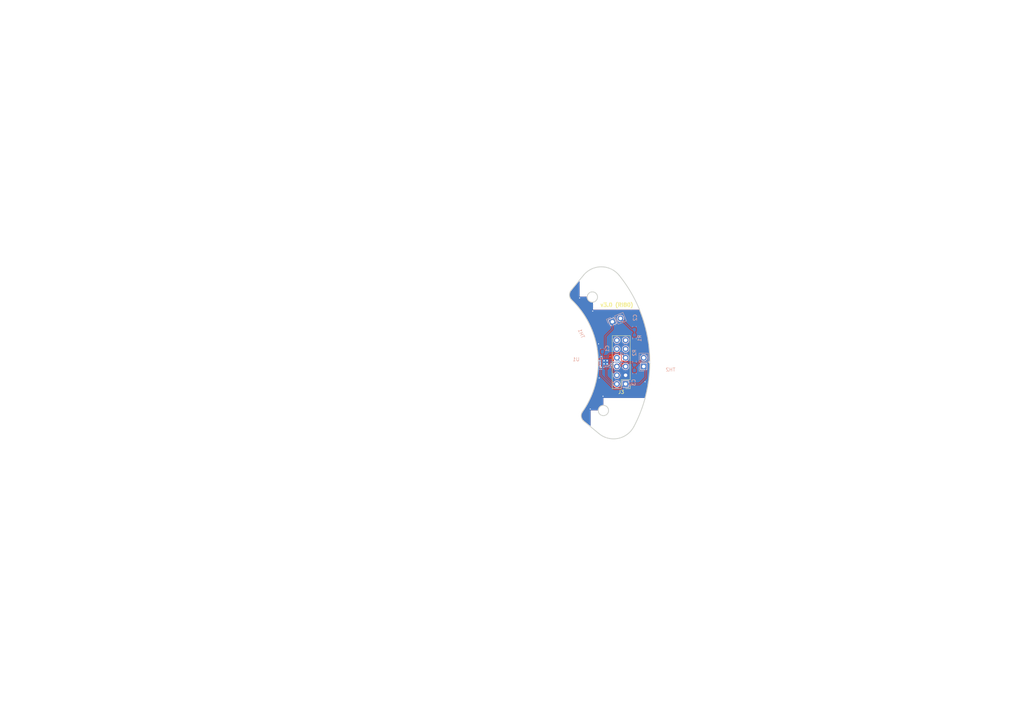
<source format=kicad_pcb>
(kicad_pcb (version 20211014) (generator pcbnew)
  (layers (0 "F.Cu" signal) (31 "B.Cu" signal) (34 "B.Paste" user) (35 "F.Paste" user) (36 "B.SilkS" user "B.Silkscreen") (37 "F.SilkS" user "F.Silkscreen") (38 "B.Mask" user) (39 "F.Mask" user) (44 "Edge.Cuts" user))
  (net 0 "")
  (net 1 "A")
  (net 2 "B")
  (net 3 "+3V3")
  (net 4 "VTEMP1")
  (net 5 "GND")
  (net 6 "MGL")
  (net 7 "MGH")
  (net 8 "VTEMP2")
  (net 13 "unconnected-(J3-Pad10)")
  (footprint "footprints:PinHeader_2x06_P2.54mm_Vertical" (layer "F.Cu") (at 181.45 111.35 180)
    (fp_text reference "J3" (at 1.27 -2.33) (layer "F.SilkS"))
    (fp_text value "Conn_02x06_Odd_Even")
    (fp_line (start -1.33 1.27) (end -1.33 14.03) (layer "F.SilkS") (width 0.12))
    (fp_line (start -1.33 -1.33) (end 0 -1.33) (layer "F.SilkS") (width 0.12))
    (fp_line (start 3.87 -1.33) (end 3.87 14.03) (layer "F.SilkS") (width 0.12))
    (fp_line (start 1.27 -1.33) (end 3.87 -1.33) (layer "F.SilkS") (width 0.12))
    (fp_line (start -1.33 0) (end -1.33 -1.33) (layer "F.SilkS") (width 0.12))
    (fp_line (start -1.33 14.03) (end 3.87 14.03) (layer "F.SilkS") (width 0.12))
    (fp_line (start 1.27 1.27) (end 1.27 -1.33) (layer "F.SilkS") (width 0.12))
    (fp_line (start -1.33 1.27) (end 1.27 1.27) (layer "F.SilkS") (width 0.12))
    (pad "1" thru_hole rect (at 0 0 180) (size 1.7 1.7) (drill 1) (layers *.Cu *.Mask) (net 3 "+3V3"))
    (pad "2" thru_hole oval (at 2.54 0 180) (size 1.7 1.7) (drill 1) (layers *.Cu *.Mask) (net 2 "B"))
    (pad "3" thru_hole oval (at 0 2.54 180) (size 1.7 1.7) (drill 1) (layers *.Cu *.Mask) (net 5 "GND"))
    (pad "4" thru_hole oval (at 2.54 2.54 180) (size 1.7 1.7) (drill 1) (layers *.Cu *.Mask) (net 1 "A"))
    (pad "5" thru_hole oval (at 0 5.08 180) (size 1.7 1.7) (drill 1) (layers *.Cu *.Mask) (net 6 "MGL"))
    (pad "6" thru_hole oval (at 2.54 5.08 180) (size 1.7 1.7) (drill 1) (layers *.Cu *.Mask) (net 4 "VTEMP1"))
    (pad "7" thru_hole oval (at 0 7.62 180) (size 1.7 1.7) (drill 1) (layers *.Cu *.Mask) (net 7 "MGH"))
    (pad "8" thru_hole oval (at 2.54 7.62 180) (size 1.7 1.7) (drill 1) (layers *.Cu *.Mask) (net 8 "VTEMP2"))
    (pad "9" thru_hole oval (at 0 10.16 180) (size 1.7 1.7) (drill 1) (layers *.Cu *.Mask))
    (pad "10" thru_hole oval (at 2.54 10.16 180) (size 1.7 1.7) (drill 1) (layers *.Cu *.Mask) (net 13 "unconnected-(J3-Pad10)"))
    (pad "11" thru_hole oval (at 0 12.7 180) (size 1.7 1.7) (drill 1) (layers *.Cu *.Mask))
    (pad "12" thru_hole oval (at 2.54 12.7 180) (size 1.7 1.7) (drill 1) (layers *.Cu *.Mask))
  )
  (footprint "footprints:R_0603_1608Metric_Pad0.98x0.95mm_HandSolder" (layer "B.Cu") (at 184 104.9 90)
    (fp_text reference "R2" (at 2.6 0 90) (layer "B.SilkS") (effects (justify mirror)))
    (fp_text value "10k")
    (fp_line (start -0.254724 -0.5225) (end 0.254724 -0.5225) (layer "B.SilkS") (width 0.12))
    (fp_line (start -0.254724 0.5225) (end 0.254724 0.5225) (layer "B.SilkS") (width 0.12))
    (pad "1" smd roundrect locked (at -0.9125 0 90) (size 0.975 0.95) (layers "B.Cu" "B.Paste" "B.Mask") (net 8 "VTEMP2"))
    (pad "2" smd roundrect locked (at 0.9125 0 90) (size 0.975 0.95) (layers "B.Cu" "B.Paste" "B.Mask") (net 5 "GND"))
  )
  (footprint "footprints:C_0603_1608Metric_Pad1.08x0.95mm_HandSolder" (layer "B.Cu") (at 174.7 101.1 90)
    (fp_text reference "C1" (at 0 1.43 270) (layer "B.SilkS") (effects (justify mirror)))
    (fp_text value "1uF")
    (fp_line (start -0.146267 0.51) (end 0.146267 0.51) (layer "B.SilkS") (width 0.12))
    (fp_line (start -0.146267 -0.51) (end 0.146267 -0.51) (layer "B.SilkS") (width 0.12))
    (pad "1" smd roundrect locked (at -0.8625 0 90) (size 1.075 0.95) (layers "B.Cu" "B.Paste" "B.Mask") (net 3 "+3V3"))
    (pad "2" smd roundrect locked (at 0.8625 0 90) (size 1.075 0.95) (layers "B.Cu" "B.Paste" "B.Mask") (net 5 "GND"))
  )
  (footprint "footprints:PinHeader_1x02_P2.54mm_Vertical" (layer "B.Cu") (at 177.621458 93.286482 -67.57)
    (fp_text reference "TH1" (at -0.286904 9.641395 112.43) (layer "B.SilkS") (effects (justify mirror)))
    (fp_text value "NTC")
    (fp_line (start -1.33 -3.87) (end 1.33 -3.87) (layer "B.SilkS") (width 0.12))
    (fp_line (start -1.33 0) (end -1.33 1.33) (layer "B.SilkS") (width 0.12))
    (fp_line (start -1.33 -1.27) (end 1.33 -1.27) (layer "B.SilkS") (width 0.12))
    (fp_line (start 1.33 -1.27) (end 1.33 -3.87) (layer "B.SilkS") (width 0.12))
    (fp_line (start -1.33 1.33) (end 0 1.33) (layer "B.SilkS") (width 0.12))
    (fp_line (start -1.33 -1.27) (end -1.33 -3.87) (layer "B.SilkS") (width 0.12))
    (pad "1" thru_hole rect locked (at 0 0 292.43) (size 1.7 1.7) (drill 1) (layers *.Cu *.Mask) (net 3 "+3V3"))
    (pad "2" thru_hole oval locked (at 0 -2.54 292.43) (size 1.7 1.7) (drill 1) (layers *.Cu *.Mask) (net 4 "VTEMP1"))
  )
  (footprint "footprints:R_0603_1608Metric_Pad0.98x0.95mm_HandSolder" (layer "B.Cu") (at 184 98.1 -90)
    (fp_text reference "R1" (at 0 -1.5 90) (layer "B.SilkS") (effects (justify mirror)))
    (fp_text value "10k")
    (fp_line (start -0.254724 0.5225) (end 0.254724 0.5225) (layer "B.SilkS") (width 0.12))
    (fp_line (start -0.254724 -0.5225) (end 0.254724 -0.5225) (layer "B.SilkS") (width 0.12))
    (pad "1" smd roundrect locked (at -0.9125 0 270) (size 0.975 0.95) (layers "B.Cu" "B.Paste" "B.Mask") (net 4 "VTEMP1"))
    (pad "2" smd roundrect locked (at 0.9125 0 270) (size 0.975 0.95) (layers "B.Cu" "B.Paste" "B.Mask") (net 5 "GND"))
  )
  (footprint "footprints:C_0603_1608Metric_Pad1.08x0.95mm_HandSolder" (layer "B.Cu") (at 184 94.7 90)
    (fp_text reference "C2" (at 2.6 0.2 90) (layer "B.SilkS") (effects (justify mirror)))
    (fp_text value "C")
    (fp_line (start -0.146267 0.51) (end 0.146267 0.51) (layer "B.SilkS") (width 0.12))
    (fp_line (start -0.146267 -0.51) (end 0.146267 -0.51) (layer "B.SilkS") (width 0.12))
    (pad "1" smd roundrect locked (at -0.8625 0 90) (size 1.075 0.95) (layers "B.Cu" "B.Paste" "B.Mask") (net 4 "VTEMP1"))
    (pad "2" smd roundrect locked (at 0.8625 0 90) (size 1.075 0.95) (layers "B.Cu" "B.Paste" "B.Mask") (net 5 "GND"))
  )
  (footprint "Package_DFN_QFN:VQFN-16-1EP_3x3mm_P0.5mm_EP1.8x1.8mm" (layer "B.Cu") (at 175.6 105 180)
    (fp_text reference "U1" (at 8.52 0.79) (layer "B.SilkS") (effects (justify mirror)))
    (fp_text value "MA710")
    (fp_line (start -1.135 -1.61) (end -1.61 -1.61) (layer "B.SilkS") (width 0.12))
    (fp_line (start 1.61 -1.61) (end 1.61 -1.135) (layer "B.SilkS") (width 0.12))
    (fp_line (start -1.61 -1.61) (end -1.61 -1.135) (layer "B.SilkS") (width 0.12))
    (fp_line (start 1.61 1.61) (end 1.61 1.135) (layer "B.SilkS") (width 0.12))
    (fp_line (start 1.135 1.61) (end 1.61 1.61) (layer "B.SilkS") (width 0.12))
    (fp_line (start 1.135 -1.61) (end 1.61 -1.61) (layer "B.SilkS") (width 0.12))
    (fp_line (start -1.135 1.61) (end -1.61 1.61) (layer "B.SilkS") (width 0.12))
    (pad "1" smd roundrect locked (at -1.4875 0.75 180) (size 0.775 0.25) (layers "B.Cu" "B.Paste" "B.Mask"))
    (pad "2" smd roundrect locked (at -1.4875 0.25 180) (size 0.775 0.25) (layers "B.Cu" "B.Paste" "B.Mask") (net 1 "A"))
    (pad "3" smd roundrect locked (at -1.4875 -0.25 180) (size 0.775 0.25) (layers "B.Cu" "B.Paste" "B.Mask"))
    (pad "4" smd roundrect locked (at -1.4875 -0.75 180) (size 0.775 0.25) (layers "B.Cu" "B.Paste" "B.Mask"))
    (pad "5" smd roundrect locked (at -0.75 -1.4875 180) (size 0.25 0.775) (layers "B.Cu" "B.Paste" "B.Mask"))
    (pad "6" smd roundrect locked (at -0.25 -1.4875 180) (size 0.25 0.775) (layers "B.Cu" "B.Paste" "B.Mask") (net 2 "B"))
    (pad "7" smd roundrect locked (at 0.25 -1.4875 180) (size 0.25 0.775) (layers "B.Cu" "B.Paste" "B.Mask"))
    (pad "8" smd roundrect locked (at 0.75 -1.4875 180) (size 0.25 0.775) (layers "B.Cu" "B.Paste" "B.Mask") (net 5 "GND"))
    (pad "9" smd roundrect locked (at 1.4875 -0.75 180) (size 0.775 0.25) (layers "B.Cu" "B.Paste" "B.Mask"))
    (pad "10" smd roundrect locked (at 1.4875 -0.25 180) (size 0.775 0.25) (layers "B.Cu" "B.Paste" "B.Mask"))
    (pad "11" smd roundrect locked (at 1.4875 0.25 180) (size 0.775 0.25) (layers "B.Cu" "B.Paste" "B.Mask") (net 6 "MGL"))
    (pad "12" smd roundrect locked (at 1.4875 0.75 180) (size 0.775 0.25) (layers "B.Cu" "B.Paste" "B.Mask"))
    (pad "13" smd roundrect locked (at 0.75 1.4875 180) (size 0.25 0.775) (layers "B.Cu" "B.Paste" "B.Mask") (net 3 "+3V3"))
    (pad "14" smd roundrect locked (at 0.25 1.4875 180) (size 0.25 0.775) (layers "B.Cu" "B.Paste" "B.Mask"))
    (pad "15" smd roundrect locked (at -0.25 1.4875 180) (size 0.25 0.775) (layers "B.Cu" "B.Paste" "B.Mask"))
    (pad "16" smd roundrect locked (at -0.75 1.4875 180) (size 0.25 0.775) (layers "B.Cu" "B.Paste" "B.Mask") (net 7 "MGH"))
    (pad "17" smd rect locked (at 0 0 180) (size 1.8 1.8) (layers "B.Cu" "B.Mask") (net 5 "GND"))
  )
  (footprint "footprints:PinHeader_1x02_P2.54mm_Vertical" (layer "B.Cu") (at 186.7 106.27)
    (fp_text reference "TH2" (at 7.8 0.925) (layer "B.SilkS") (effects (justify mirror)))
    (fp_text value "NTC")
    (fp_line (start -1.33 -1.27) (end -1.33 -3.87) (layer "B.SilkS") (width 0.12))
    (fp_line (start -1.33 -1.27) (end 1.33 -1.27) (layer "B.SilkS") (width 0.12))
    (fp_line (start -1.33 0) (end -1.33 1.33) (layer "B.SilkS") (width 0.12))
    (fp_line (start 1.33 -1.27) (end 1.33 -3.87) (layer "B.SilkS") (width 0.12))
    (fp_line (start -1.33 -3.87) (end 1.33 -3.87) (layer "B.SilkS") (width 0.12))
    (fp_line (start -1.33 1.33) (end 0 1.33) (layer "B.SilkS") (width 0.12))
    (pad "1" thru_hole rect locked (at 0 0) (size 1.7 1.7) (drill 1) (layers *.Cu *.Mask) (net 3 "+3V3"))
    (pad "2" thru_hole oval locked (at 0 -2.54) (size 1.7 1.7) (drill 1) (layers *.Cu *.Mask) (net 8 "VTEMP2"))
  )
  (footprint "footprints:C_0603_1608Metric_Pad1.08x0.95mm_HandSolder" (layer "B.Cu") (at 184 108.3 -90)
    (fp_text reference "C3" (at 2.6 0.2 90) (layer "B.SilkS") (effects (justify mirror)))
    (fp_text value "C")
    (fp_line (start -0.146267 0.51) (end 0.146267 0.51) (layer "B.SilkS") (width 0.12))
    (fp_line (start -0.146267 -0.51) (end 0.146267 -0.51) (layer "B.SilkS") (width 0.12))
    (pad "1" smd roundrect locked (at -0.8625 0 270) (size 1.075 0.95) (layers "B.Cu" "B.Paste" "B.Mask") (net 8 "VTEMP2"))
    (pad "2" smd roundrect locked (at 0.8625 0 270) (size 1.075 0.95) (layers "B.Cu" "B.Paste" "B.Mask") (net 5 "GND"))
  )
  (gr_arc (start 183.850624 123.717192) (mid 179.267591 127.135146) (end 173.721527 125.746701) (layer "Edge.Cuts") (width 0.25))
  (gr_circle (center 175.012968 119.037894) (end 176.512968 119.037894) (layer "Edge.Cuts") (width 0.25) (fill none))
  (gr_arc (start 179.577049 79.816335) (mid 186.161398 91.523387) (end 188.499218 104.750001) (layer "Edge.Cuts") (width 0.25))
  (gr_arc (start 165.768281 86.922212) (mid 165.153338 85.595855) (end 165.605163 84.205448) (layer "Edge.Cuts") (width 0.25))
  (gr_arc (start 188.499218 105.249998) (mid 187.289934 114.764268) (end 183.850625 123.717192) (layer "Edge.Cuts") (width 0.25))
  (gr_arc (start 165.768281 86.922211) (mid 173.382382 102.577798) (end 168.93064 119.407947) (layer "Edge.Cuts") (width 0.25))
  (gr_arc (start 188.499219 105.249999) (mid 188.25 105) (end 188.499218 104.750001) (layer "Edge.Cuts") (width 0.25))
  (gr_circle (center 171.807787 86.112251) (end 173.307787 86.112251) (layer "Edge.Cuts") (width 0.25) (fill none))
  (gr_line (start 169.246701 79.778472) (end 165.605163 84.205448) (layer "Edge.Cuts") (width 0.25))
  (gr_arc (start 169.246702 79.778472) (mid 174.420858 77.346455) (end 179.577049 79.816334) (layer "Edge.Cuts") (width 0.25))
  (gr_line (start 173.721527 125.746701) (end 169.294551 122.105163) (layer "Edge.Cuts") (width 0.25))
  (gr_arc (start 169.294551 122.105163) (mid 168.58305 120.828002) (end 168.93064 119.407947) (layer "Edge.Cuts") (width 0.25))
  (gr_text "v3.0 (RI80)" (at 178.9 88.4) (layer "F.SilkS") (effects (font (size 1.1 1.1) (thickness 0.275))))
  (segment (start 178.51 108.81) (end 178.76 108.81) (width 0.25) (layer "F.Cu") (net 1))
  (segment (start 177.7 107.55) (end 178.96 108.81) (width 0.2) (layer "B.Cu") (net 1))
  (segment (start 177.486973 104.75) (end 177.77452 105.037547) (width 0.2) (layer "B.Cu") (net 1))
  (segment (start 177.7 106.112011) (end 177.7 107.55) (width 0.2) (layer "B.Cu") (net 1))
  (segment (start 177.77452 106.037491) (end 177.7 106.112011) (width 0.2) (layer "B.Cu") (net 1))
  (segment (start 177.77452 105.037547) (end 177.77452 106.037491) (width 0.2) (layer "B.Cu") (net 1))
  (segment (start 177.0875 104.75) (end 177.486973 104.75) (width 0.2) (layer "B.Cu") (net 1))
  (segment (start 178.05 111.35) (end 178.76 111.35) (width 0.2) (layer "B.Cu") (net 2))
  (segment (start 175.85 109.15) (end 178.05 111.35) (width 0.2) (layer "B.Cu") (net 2))
  (segment (start 175.85 106.4875) (end 175.85 109.15) (width 0.2) (layer "B.Cu") (net 2))
  (segment (start 174.5 106.1505) (end 174.5 103.6) (width 0.3) (layer "F.Cu") (net 3))
  (segment (start 174.5 103.6) (end 174.6 103.5) (width 0.3) (layer "F.Cu") (net 3))
  (segment (start 174.2505 106.4) (end 174.5 106.1505) (width 0.3) (layer "F.Cu") (net 3))
  (via (at 174.6 103.5) (size 0.3) (drill 0.2) (layers "F.Cu" "B.Cu") (net 3))
  (via (at 174.2505 106.4) (size 0.4) (drill 0.3) (layers "F.Cu" "B.Cu") (net 3))
  (segment (start 185.45 111.35) (end 181.45 111.35) (width 0.3) (layer "B.Cu") (net 3))
  (segment (start 177.621458 95.403542) (end 175.52452 97.50048) (width 0.3) (layer "B.Cu") (net 3))
  (segment (start 187.3 106.27) (end 187.3 109.5) (width 0.3) (layer "B.Cu") (net 3))
  (segment (start 178.1 112.7) (end 179.95 112.7) (width 0.3) (layer "B.Cu") (net 3))
  (segment (start 187.3 109.5) (end 185.45 111.35) (width 0.3) (layer "B.Cu") (net 3))
  (segment (start 177.621458 93.286482) (end 177.621458 95.403542) (width 0.3) (layer "B.Cu") (net 3))
  (segment (start 179.95 112.7) (end 181.3 111.35) (width 0.3) (layer "B.Cu") (net 3))
  (segment (start 174.6 103.5) (end 174.8375 103.5) (width 0.3) (layer "B.Cu") (net 3))
  (segment (start 174.8375 103.5) (end 174.85 103.5125) (width 0.3) (layer "B.Cu") (net 3))
  (segment (start 175.52452 101.13798) (end 174.7 101.9625) (width 0.3) (layer "B.Cu") (net 3))
  (segment (start 174.2505 108.8505) (end 178.1 112.7) (width 0.3) (layer "B.Cu") (net 3))
  (segment (start 174.6 103.5) (end 174.7 103.4) (width 0.3) (layer "B.Cu") (net 3))
  (segment (start 174.2505 106.4) (end 174.2505 108.8505) (width 0.3) (layer "B.Cu") (net 3))
  (segment (start 174.7 103.4) (end 174.7 101.9625) (width 0.3) (layer "B.Cu") (net 3))
  (segment (start 175.52452 97.50048) (end 175.52452 101.13798) (width 0.3) (layer "B.Cu") (net 3))
  (segment (start 178.91 106.27) (end 180.2 104.98) (width 0.2) (layer "F.Cu") (net 4))
  (segment (start 180.2 104.98) (end 180.2 92.548036) (width 0.2) (layer "F.Cu") (net 4))
  (segment (start 180.2 92.548036) (end 179.969298 92.317334) (width 0.2) (layer "F.Cu") (net 4))
  (segment (start 183.5 95.4625) (end 183.114464 95.4625) (width 0.3) (layer "B.Cu") (net 4))
  (segment (start 184 97.1875) (end 184.05 97.1375) (width 0.3) (layer "B.Cu") (net 4))
  (segment (start 183.114464 95.4625) (end 179.969298 92.317334) (width 0.3) (layer "B.Cu") (net 4))
  (segment (start 184.05 97.1375) (end 184.05 95.6125) (width 0.3) (layer "B.Cu") (net 4))
  (segment (start 183.55 95.5125) (end 183.5 95.4625) (width 0.3) (layer "B.Cu") (net 4))
  (via (at 174.9 114.9) (size 0.4) (drill 0.3) (layers "F.Cu" "B.Cu") (net 5))
  (via (at 171.9 90.2) (size 0.4) (drill 0.3) (layers "F.Cu" "B.Cu") (net 5))
  (via (at 176.1 104.6) (size 0.6) (drill 0.4) (layers "F.Cu" "B.Cu") (net 5))
  (via (at 175.2 105.5) (size 0.6) (drill 0.4) (layers "F.Cu" "B.Cu") (net 5))
  (via (at 175.2 104.6) (size 0.6) (drill 0.4) (layers "F.Cu" "B.Cu") (net 5))
  (via (at 176.1 105.5) (size 0.6) (drill 0.4) (layers "F.Cu" "B.Cu") (net 5))
  (via (at 173.6 99.7) (size 0.4) (drill 0.3) (layers "F.Cu" "B.Cu") (net 5))
  (via (at 168.1 86.4) (size 0.4) (drill 0.3) (layers "F.Cu" "B.Cu") (net 5))
  (via (at 171.2 118.6) (size 0.4) (drill 0.3) (layers "F.Cu" "B.Cu") (net 5))
  (via (at 187.1 110.7) (size 0.4) (drill 0.3) (layers "F.Cu" "B.Cu") (net 5))
  (via (at 173.8 109.6) (size 0.4) (drill 0.3) (layers "F.Cu" "B.Cu") (net 5))
  (segment (start 174.85 106.4875) (end 174.85 105.75) (width 0.3) (layer "B.Cu") (net 5))
  (segment (start 174.8755 106.513) (end 174.85 106.4875) (width 0.25) (layer "B.Cu") (net 5))
  (segment (start 173.742779 106.598695) (end 173.742779 104.722366) (width 0.2) (layer "F.Cu") (net 6))
  (segment (start 178.001791 104.998209) (end 176.9 106.1) (width 0.2) (layer "F.Cu") (net 6))
  (segment (start 176.9 106.1) (end 175.256916 106.1) (width 0.2) (layer "F.Cu") (net 6))
  (segment (start 175.256916 106.1) (end 174.457405 106.899511) (width 0.2) (layer "F.Cu") (net 6))
  (segment (start 174.043595 106.899511) (end 173.742779 106.598695) (width 0.2) (layer "F.Cu") (net 6))
  (segment (start 178.272469 104.998209) (end 178.001791 104.998209) (width 0.2) (layer "F.Cu") (net 6))
  (segment (start 174.457405 106.899511) (end 174.043595 106.899511) (width 0.2) (layer "F.Cu") (net 6))
  (via (at 173.742779 104.722366) (size 0.3) (drill 0.2) (layers "F.Cu" "B.Cu") (net 6))
  (via (at 178.272469 104.998209) (size 0.4) (drill 0.3) (layers "F.Cu" "B.Cu") (net 6))
  (segment (start 179.398209 104.998209) (end 180.67 106.27) (width 0.2) (layer "B.Cu") (net 6))
  (segment (start 174.084866 104.722366) (end 174.1125 104.75) (width 0.2) (layer "B.Cu") (net 6))
  (segment (start 173.742779 104.722366) (end 174.084866 104.722366) (width 0.2) (layer "B.Cu") (net 6))
  (segment (start 180.67 106.27) (end 181.45 106.27) (width 0.2) (layer "B.Cu") (net 6))
  (segment (start 178.272469 104.998209) (end 179.398209 104.998209) (width 0.2) (layer "B.Cu") (net 6))
  (segment (start 173.770413 104.75) (end 173.742779 104.722366) (width 0.2) (layer "B.Cu") (net 6))
  (segment (start 176.35 103.05) (end 176.9 102.5) (width 0.2) (layer "B.Cu") (net 7))
  (segment (start 176.35 103.5125) (end 176.35 103.05) (width 0.2) (layer "B.Cu") (net 7))
  (segment (start 180.27 102.5) (end 181.5 103.73) (width 0.2) (layer "B.Cu") (net 7))
  (segment (start 176.9 102.5) (end 180.27 102.5) (width 0.2) (layer "B.Cu") (net 7))
  (segment (start 183.2875 105.1) (end 184 105.8125) (width 0.2) (layer "B.Cu") (net 8))
  (segment (start 184.6175 105.8125) (end 186.57 103.86) (width 0.2) (layer "B.Cu") (net 8))
  (segment (start 178.91 103.73) (end 178.91 103.91) (width 0.2) (layer "B.Cu") (net 8))
  (segment (start 184 105.8125) (end 184.6175 105.8125) (width 0.2) (layer "B.Cu") (net 8))
  (segment (start 184 107.4375) (end 184 105.8125) (width 0.2) (layer "B.Cu") (net 8))
  (segment (start 180.1 105.1) (end 183.2875 105.1) (width 0.2) (layer "B.Cu") (net 8))
  (segment (start 178.91 103.91) (end 180.1 105.1) (width 0.2) (layer "B.Cu") (net 8))
  (segment (start 186.57 103.86) (end 186.57 103.73) (width 0.2) (layer "B.Cu") (net 8))
  (segment (start 179.019315 100.919315) (end 179 100.9) (width 0.25) (layer "F.Cu") (net 13))
  (segment (start 179 100.9) (end 179 100.695655) (width 0.25) (layer "F.Cu") (net 13))
  (zone (net 5) (net_name "GND") (layers F&B.Cu) (connect_pads yes (clearance 0.1)) (min_thickness 0.254) (fill yes (thermal_gap 0.508) (thermal_bridge_width 0.508))
    (polygon (pts (xy 168.1 86) (xy 172 86) (xy 172 89.8) (xy 192.4 89.8) (xy 192.4 115.4) (xy 175 115.4) (xy 175 119) (xy 171.3 119) (xy 171.3 124) (xy 160 124) (xy 160 80.8) (xy 168.1 80.8)))
  )
)
</source>
